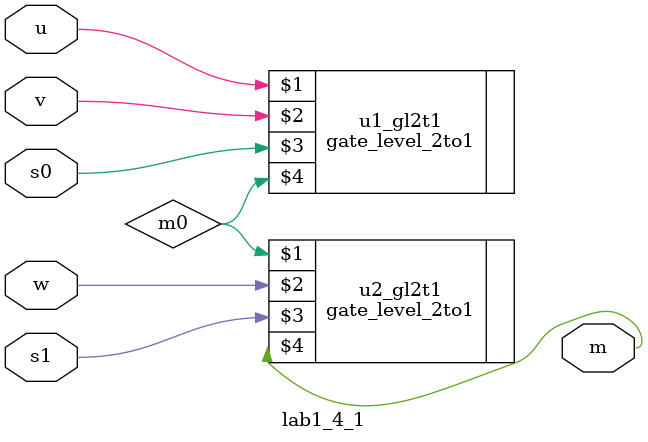
<source format=v>
`timescale 1ns / 1ps


module lab1_4_1(
    input u,v,w,s0,s1,
    output m
    );
    wire m0;
    gate_level_2to1 u1_gl2t1(u,v,s0,m0);
    gate_level_2to1 u2_gl2t1(m0,w,s1,m);
    
endmodule

</source>
